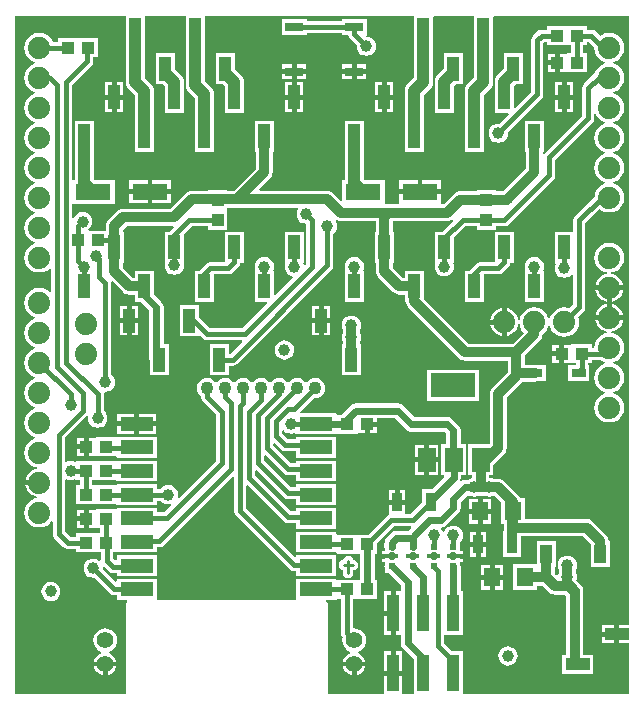
<source format=gtl>
G04*
G04 #@! TF.GenerationSoftware,Altium Limited,Altium Designer,19.1.6 (110)*
G04*
G04 Layer_Physical_Order=1*
G04 Layer_Color=255*
%FSLAX25Y25*%
%MOIN*%
G70*
G01*
G75*
%ADD11C,0.01000*%
%ADD12C,0.02400*%
%ADD17R,0.11000X0.04500*%
%ADD18R,0.07874X0.03937*%
%ADD19R,0.03937X0.07874*%
%ADD20R,0.03937X0.12480*%
%ADD21R,0.01575X0.01575*%
%ADD22R,0.02362X0.02362*%
%ADD23R,0.03937X0.04331*%
%ADD24R,0.06000X0.03000*%
%ADD25R,0.03543X0.06299*%
%ADD26R,0.04331X0.03937*%
%ADD27R,0.04724X0.02756*%
%ADD28R,0.11811X0.05512*%
%ADD29R,0.03937X0.06299*%
%ADD30R,0.21260X0.24409*%
%ADD31R,0.05512X0.06299*%
%ADD32R,0.15000X0.07900*%
%ADD33R,0.05900X0.07900*%
%ADD55C,0.03200*%
%ADD56C,0.01600*%
%ADD57C,0.04000*%
%ADD58C,0.01200*%
%ADD59C,0.03937*%
%ADD60C,0.07400*%
%ADD61C,0.05543*%
%ADD62C,0.03962*%
%ADD63C,0.04356*%
%ADD64C,0.02781*%
G36*
X134832Y227951D02*
Y223945D01*
X134772Y223496D01*
Y207337D01*
X132718Y205282D01*
X132205Y204614D01*
X131882Y203835D01*
X131772Y203000D01*
Y188004D01*
X131832Y187555D01*
Y182867D01*
X138169D01*
Y187555D01*
X138228Y188004D01*
Y201663D01*
X140282Y203718D01*
X140795Y204386D01*
X141118Y205165D01*
X141228Y206000D01*
Y223496D01*
X141168Y223945D01*
Y227595D01*
X141522Y227948D01*
X154832Y227943D01*
Y223945D01*
X154772Y223496D01*
Y207337D01*
X152718Y205282D01*
X152205Y204614D01*
X151882Y203835D01*
X151772Y203000D01*
Y188004D01*
X151831Y187555D01*
Y182867D01*
X158168D01*
Y187555D01*
X158228Y188004D01*
Y201663D01*
X160282Y203718D01*
X160795Y204386D01*
X161118Y205165D01*
X161228Y206000D01*
Y223496D01*
X161169Y223945D01*
Y227587D01*
X161522Y227941D01*
X206662Y227923D01*
Y24969D01*
X203296D01*
Y22000D01*
Y19031D01*
X206662D01*
Y2039D01*
X151169D01*
Y16440D01*
X147444D01*
X145039Y18845D01*
Y21560D01*
X151169D01*
Y36440D01*
X150447D01*
Y44850D01*
X150381Y45182D01*
Y46213D01*
X151363D01*
Y47200D01*
X150381D01*
Y47231D01*
X149575D01*
Y48769D01*
X150381D01*
Y48800D01*
X151363D01*
Y49788D01*
X150381D01*
Y52878D01*
X150779Y53396D01*
X151099Y54170D01*
X151208Y55000D01*
X151099Y55830D01*
X150779Y56604D01*
X150269Y57269D01*
X149604Y57779D01*
X148830Y58099D01*
X148000Y58209D01*
X147170Y58099D01*
X146396Y57779D01*
X145731Y57269D01*
X145221Y56604D01*
X145021Y56119D01*
X144479D01*
X144279Y56604D01*
X143934Y57053D01*
X143956Y57216D01*
X144149Y57583D01*
X144936Y57739D01*
X145730Y58270D01*
X149730Y62270D01*
X150261Y63064D01*
X150447Y64000D01*
Y65986D01*
X152992Y68531D01*
X153396Y68221D01*
X154170Y67901D01*
X155000Y67791D01*
X155830Y67901D01*
X156494Y68176D01*
X158506D01*
X159170Y67901D01*
X160000Y67791D01*
X160830Y67901D01*
X161494Y68176D01*
X161830D01*
X164056Y65950D01*
Y58650D01*
X164885D01*
Y56349D01*
X164737D01*
Y47651D01*
X170680D01*
Y54676D01*
X191330D01*
X193807Y52198D01*
Y44252D01*
X200145D01*
Y52952D01*
X199800D01*
Y53024D01*
X199704Y53755D01*
X199422Y54436D01*
X198973Y55021D01*
X194497Y59497D01*
X193912Y59946D01*
X193231Y60228D01*
X192500Y60324D01*
X171968D01*
Y67349D01*
X170479D01*
X170458Y67400D01*
X170009Y67985D01*
X164997Y72997D01*
X164412Y73446D01*
X163731Y73728D01*
X163000Y73824D01*
X161494D01*
X160830Y74099D01*
X160000Y74208D01*
X159924Y74275D01*
Y74950D01*
X161250D01*
Y78256D01*
X164997Y82003D01*
X165446Y82588D01*
X165728Y83269D01*
X165824Y84000D01*
Y100830D01*
X170997Y106003D01*
X171130Y106176D01*
X175217D01*
X175948Y106272D01*
X176310Y106422D01*
X178779D01*
Y111578D01*
X176310D01*
X175948Y111728D01*
X175217Y111824D01*
X171824D01*
Y114830D01*
X176997Y120003D01*
X177446Y120588D01*
X177728Y121269D01*
X177823Y121990D01*
X178495Y122505D01*
X179280Y123529D01*
X179740Y124639D01*
X180000Y124683D01*
X180260Y124639D01*
X180720Y123529D01*
X181505Y122505D01*
X182529Y121720D01*
X183721Y121226D01*
X185000Y121058D01*
X186279Y121226D01*
X187471Y121720D01*
X188495Y122505D01*
X189280Y123529D01*
X189774Y124721D01*
X189942Y126000D01*
X189774Y127279D01*
X189595Y127711D01*
X191442Y129558D01*
X191884Y130220D01*
X192039Y131000D01*
Y159155D01*
X196722Y163839D01*
X197529Y163220D01*
X198721Y162726D01*
X200000Y162558D01*
X201279Y162726D01*
X202471Y163220D01*
X203495Y164005D01*
X204280Y165029D01*
X204774Y166221D01*
X204942Y167500D01*
X204774Y168779D01*
X204280Y169971D01*
X203495Y170995D01*
X202471Y171780D01*
X201361Y172240D01*
X201317Y172500D01*
X201361Y172760D01*
X202471Y173220D01*
X203495Y174005D01*
X204280Y175029D01*
X204774Y176221D01*
X204942Y177500D01*
X204774Y178779D01*
X204280Y179971D01*
X203495Y180995D01*
X202471Y181780D01*
X201361Y182240D01*
X201317Y182500D01*
X201361Y182760D01*
X202471Y183220D01*
X203495Y184005D01*
X204280Y185029D01*
X204774Y186221D01*
X204942Y187500D01*
X204774Y188779D01*
X204280Y189971D01*
X203495Y190995D01*
X202471Y191780D01*
X201361Y192240D01*
X201317Y192500D01*
X201361Y192760D01*
X202471Y193220D01*
X203495Y194005D01*
X204280Y195029D01*
X204774Y196221D01*
X204942Y197500D01*
X204774Y198779D01*
X204280Y199971D01*
X203495Y200995D01*
X202471Y201780D01*
X201361Y202240D01*
X201317Y202500D01*
X201361Y202760D01*
X202471Y203220D01*
X203495Y204005D01*
X204280Y205029D01*
X204774Y206221D01*
X204942Y207500D01*
X204774Y208779D01*
X204280Y209971D01*
X203495Y210995D01*
X202471Y211780D01*
X201361Y212240D01*
X201317Y212500D01*
X201361Y212760D01*
X202471Y213220D01*
X203495Y214005D01*
X204280Y215029D01*
X204774Y216221D01*
X204942Y217500D01*
X204774Y218779D01*
X204280Y219971D01*
X203495Y220995D01*
X202471Y221780D01*
X201279Y222274D01*
X200000Y222442D01*
X198721Y222274D01*
X197529Y221780D01*
X197005Y221378D01*
X195442Y222942D01*
X194780Y223384D01*
X194000Y223539D01*
X192711D01*
Y224669D01*
X179288D01*
Y223539D01*
X177500D01*
X176720Y223384D01*
X176058Y222942D01*
X174558Y221442D01*
X174116Y220780D01*
X173961Y220000D01*
Y202845D01*
X168630Y197514D01*
X168168Y197706D01*
Y200547D01*
X168228Y200996D01*
Y204663D01*
X168931Y205367D01*
X171168D01*
Y208551D01*
X171228Y209000D01*
Y210504D01*
X171168Y210953D01*
Y215641D01*
X164831D01*
Y210953D01*
X164772Y210504D01*
Y210337D01*
X162718Y208282D01*
X162205Y207614D01*
X161882Y206835D01*
X161772Y206000D01*
Y200996D01*
X161831Y200547D01*
Y195859D01*
X166322D01*
X166513Y195397D01*
X163287Y192171D01*
X163000Y192208D01*
X162170Y192099D01*
X161396Y191779D01*
X160731Y191269D01*
X160221Y190604D01*
X159901Y189830D01*
X159792Y189000D01*
X159901Y188170D01*
X160221Y187396D01*
X160731Y186731D01*
X161396Y186221D01*
X162170Y185901D01*
X163000Y185792D01*
X163830Y185901D01*
X164604Y186221D01*
X165269Y186731D01*
X165779Y187396D01*
X166099Y188170D01*
X166208Y189000D01*
X166171Y189287D01*
X177442Y200558D01*
X177884Y201220D01*
X178039Y202000D01*
X178039Y202000D01*
Y219155D01*
X178345Y219461D01*
X179288D01*
Y218332D01*
X187307D01*
Y216022D01*
X186953Y215669D01*
X185980Y215669D01*
X185563Y215469D01*
X183454D01*
Y212500D01*
Y209531D01*
X185563D01*
X185980Y209331D01*
X186237Y209331D01*
X192711D01*
Y215669D01*
X191385D01*
Y218332D01*
X192711D01*
Y219325D01*
X193211Y219405D01*
X195064Y217552D01*
X195058Y217500D01*
X195226Y216221D01*
X195720Y215029D01*
X196505Y214005D01*
X197529Y213220D01*
X198639Y212760D01*
X198683Y212500D01*
X198639Y212240D01*
X197529Y211780D01*
X196505Y210995D01*
X195720Y209971D01*
X195384Y209159D01*
X195058Y208942D01*
X191558Y205442D01*
X191116Y204780D01*
X190961Y204000D01*
Y194845D01*
X178558Y182442D01*
X178324Y182092D01*
X177824Y182244D01*
Y182867D01*
X178168D01*
Y193141D01*
X171832D01*
Y182867D01*
X172176D01*
Y177170D01*
X164676Y169670D01*
X162169D01*
Y170212D01*
X155832D01*
Y169670D01*
X150346D01*
X149615Y169574D01*
X149216Y169409D01*
X148934Y169292D01*
X148349Y168843D01*
X144830Y165324D01*
X144048D01*
X143854Y165744D01*
X143854Y165824D01*
Y168700D01*
X136949D01*
X130043D01*
Y165824D01*
X130043Y165744D01*
X129850Y165324D01*
X125565D01*
X125156Y165544D01*
Y173456D01*
X118659D01*
X118228Y173888D01*
Y177000D01*
Y188004D01*
X118168Y188453D01*
Y193141D01*
X111831D01*
Y188453D01*
X111772Y188004D01*
Y177000D01*
Y173456D01*
X110945D01*
Y166702D01*
X110484Y166510D01*
X107997Y168997D01*
X107412Y169446D01*
X106731Y169728D01*
X106000Y169824D01*
X83471D01*
X83280Y170286D01*
X86997Y174003D01*
X87446Y174588D01*
X87563Y174870D01*
X87728Y175269D01*
X87824Y176000D01*
Y182867D01*
X88169D01*
Y193141D01*
X81832D01*
Y182867D01*
X82176D01*
Y177170D01*
X74830Y169824D01*
X72668D01*
Y170212D01*
X66331D01*
Y169824D01*
X61000D01*
X60269Y169728D01*
X59588Y169446D01*
X59003Y168997D01*
X53830Y163824D01*
X38000D01*
X37269Y163728D01*
X36588Y163446D01*
X36003Y162997D01*
X33003Y159997D01*
X32554Y159412D01*
X32272Y158731D01*
X32176Y158000D01*
Y156419D01*
X26531D01*
X26361Y156919D01*
X26769Y157231D01*
X27279Y157896D01*
X27599Y158670D01*
X27708Y159500D01*
X27599Y160330D01*
X27279Y161104D01*
X26769Y161769D01*
X26104Y162279D01*
X25330Y162599D01*
X24500Y162708D01*
X23670Y162599D01*
X22896Y162279D01*
X22231Y161769D01*
X21721Y161104D01*
X21539Y160664D01*
X21039Y160764D01*
Y165544D01*
X35157D01*
Y173456D01*
X28659D01*
X28228Y173888D01*
Y181000D01*
Y188004D01*
X28168Y188453D01*
Y193141D01*
X21832D01*
Y188453D01*
X21772Y188004D01*
Y181000D01*
Y173456D01*
X21039D01*
Y205155D01*
X27442Y211558D01*
X27442Y211558D01*
X27884Y212220D01*
X28039Y213000D01*
Y214332D01*
X29711D01*
Y220669D01*
X16288D01*
Y219539D01*
X14459D01*
X14280Y219971D01*
X13495Y220995D01*
X12471Y221780D01*
X11279Y222274D01*
X10000Y222442D01*
X8721Y222274D01*
X7529Y221780D01*
X6505Y220995D01*
X5720Y219971D01*
X5226Y218779D01*
X5058Y217500D01*
X5226Y216221D01*
X5720Y215029D01*
X6505Y214005D01*
X7529Y213220D01*
X8639Y212760D01*
X8683Y212500D01*
X8639Y212240D01*
X7529Y211780D01*
X6505Y210995D01*
X5720Y209971D01*
X5226Y208779D01*
X5058Y207500D01*
X5226Y206221D01*
X5720Y205029D01*
X6505Y204005D01*
X7529Y203220D01*
X8639Y202760D01*
X8683Y202500D01*
X8639Y202240D01*
X7529Y201780D01*
X6505Y200995D01*
X5720Y199971D01*
X5226Y198779D01*
X5058Y197500D01*
X5226Y196221D01*
X5720Y195029D01*
X6505Y194005D01*
X7529Y193220D01*
X8639Y192760D01*
X8683Y192500D01*
X8639Y192240D01*
X7529Y191780D01*
X6505Y190995D01*
X5720Y189971D01*
X5226Y188779D01*
X5058Y187500D01*
X5226Y186221D01*
X5720Y185029D01*
X6505Y184005D01*
X7529Y183220D01*
X8639Y182760D01*
X8683Y182500D01*
X8639Y182240D01*
X7529Y181780D01*
X6505Y180995D01*
X5720Y179971D01*
X5226Y178779D01*
X5058Y177500D01*
X5226Y176221D01*
X5720Y175029D01*
X6505Y174005D01*
X7529Y173220D01*
X8639Y172760D01*
X8683Y172500D01*
X8639Y172240D01*
X7529Y171780D01*
X6505Y170995D01*
X5720Y169971D01*
X5226Y168779D01*
X5058Y167500D01*
X5226Y166221D01*
X5720Y165029D01*
X6505Y164005D01*
X7529Y163220D01*
X8639Y162760D01*
X8683Y162500D01*
X8639Y162240D01*
X7529Y161780D01*
X6505Y160995D01*
X5720Y159971D01*
X5226Y158779D01*
X5058Y157500D01*
X5226Y156221D01*
X5720Y155029D01*
X6505Y154005D01*
X7529Y153220D01*
X8639Y152760D01*
X8683Y152500D01*
X8639Y152240D01*
X7529Y151780D01*
X6505Y150995D01*
X5720Y149971D01*
X5226Y148779D01*
X5058Y147500D01*
X5226Y146221D01*
X5720Y145029D01*
X6505Y144005D01*
X7529Y143220D01*
X8721Y142726D01*
X10000Y142558D01*
X11279Y142726D01*
X12471Y143220D01*
X13461Y143979D01*
X13698Y143936D01*
X13961Y143847D01*
Y136153D01*
X13698Y136064D01*
X13461Y136021D01*
X12471Y136780D01*
X11279Y137274D01*
X10000Y137442D01*
X8721Y137274D01*
X7529Y136780D01*
X6505Y135995D01*
X5720Y134971D01*
X5226Y133779D01*
X5058Y132500D01*
X5226Y131221D01*
X5720Y130029D01*
X6505Y129005D01*
X7529Y128220D01*
X8639Y127760D01*
X8683Y127500D01*
X8639Y127240D01*
X7529Y126780D01*
X6505Y125995D01*
X5720Y124971D01*
X5226Y123779D01*
X5058Y122500D01*
X5226Y121221D01*
X5720Y120029D01*
X6505Y119005D01*
X7529Y118220D01*
X8639Y117760D01*
X8683Y117500D01*
X8639Y117240D01*
X7529Y116780D01*
X6505Y115995D01*
X5720Y114971D01*
X5226Y113779D01*
X5058Y112500D01*
X5226Y111221D01*
X5720Y110029D01*
X6505Y109005D01*
X7529Y108220D01*
X8639Y107760D01*
X8683Y107500D01*
X8639Y107240D01*
X7529Y106780D01*
X6505Y105995D01*
X5720Y104971D01*
X5226Y103779D01*
X5058Y102500D01*
X5226Y101221D01*
X5720Y100029D01*
X6505Y99005D01*
X7529Y98220D01*
X8639Y97760D01*
X8683Y97500D01*
X8639Y97240D01*
X7529Y96780D01*
X6505Y95995D01*
X5720Y94971D01*
X5226Y93779D01*
X5058Y92500D01*
X5226Y91221D01*
X5720Y90029D01*
X6505Y89005D01*
X7529Y88220D01*
X8639Y87760D01*
X8683Y87500D01*
X8639Y87240D01*
X7529Y86780D01*
X6505Y85995D01*
X5720Y84971D01*
X5226Y83779D01*
X5058Y82500D01*
X5226Y81221D01*
X5720Y80029D01*
X6505Y79005D01*
X7529Y78220D01*
X8721Y77726D01*
X9289Y77651D01*
Y77147D01*
X8773Y77079D01*
X7630Y76605D01*
X6648Y75852D01*
X5895Y74870D01*
X5421Y73727D01*
X5365Y73300D01*
X10000D01*
Y71700D01*
X5365D01*
X5421Y71273D01*
X5895Y70130D01*
X6648Y69148D01*
X7630Y68395D01*
X8773Y67921D01*
X9289Y67853D01*
Y67349D01*
X8721Y67274D01*
X7529Y66780D01*
X6505Y65995D01*
X5720Y64971D01*
X5226Y63779D01*
X5058Y62500D01*
X5226Y61221D01*
X5720Y60029D01*
X6505Y59005D01*
X7529Y58220D01*
X8721Y57726D01*
X10000Y57558D01*
X11279Y57726D01*
X12471Y58220D01*
X13495Y59005D01*
X13961Y59613D01*
X14461Y59443D01*
Y55500D01*
X14616Y54720D01*
X15058Y54058D01*
X18058Y51058D01*
X18720Y50616D01*
X19500Y50461D01*
X22288D01*
Y49332D01*
X30461D01*
Y46752D01*
X29961Y46505D01*
X29604Y46779D01*
X28830Y47099D01*
X28000Y47208D01*
X27170Y47099D01*
X26396Y46779D01*
X25731Y46269D01*
X25221Y45604D01*
X24901Y44830D01*
X24792Y44000D01*
X24901Y43170D01*
X25221Y42396D01*
X25731Y41731D01*
X26396Y41221D01*
X27170Y40901D01*
X28000Y40792D01*
X28287Y40829D01*
X33558Y35558D01*
X33558Y35558D01*
X34220Y35116D01*
X35000Y34961D01*
X35800D01*
Y33550D01*
X39274D01*
X39412Y33050D01*
X39135Y32865D01*
X38870Y32468D01*
X38776Y32000D01*
Y2039D01*
X2039D01*
Y227922D01*
X38831D01*
Y223945D01*
X38772Y223496D01*
Y206000D01*
X38882Y205165D01*
X39205Y204386D01*
X39718Y203718D01*
X41772Y201663D01*
Y188004D01*
X41831Y187555D01*
Y182867D01*
X48169D01*
Y187555D01*
X48228Y188004D01*
Y203000D01*
X48118Y203835D01*
X47795Y204614D01*
X47282Y205282D01*
X45228Y207337D01*
Y223496D01*
X45169Y223945D01*
Y227922D01*
X47500D01*
X47516Y227925D01*
X47532Y227922D01*
X50016Y227961D01*
X58832D01*
Y223945D01*
X58772Y223496D01*
Y205000D01*
X58882Y204165D01*
X59205Y203386D01*
X59718Y202718D01*
X61772Y200663D01*
Y188004D01*
X61831Y187555D01*
Y182867D01*
X68168D01*
Y187555D01*
X68228Y188004D01*
Y202000D01*
X68118Y202835D01*
X67795Y203614D01*
X67282Y204282D01*
X65228Y206337D01*
Y223496D01*
X65168Y223945D01*
Y227961D01*
X109999D01*
X134832Y227951D01*
D02*
G37*
G36*
X195720Y195029D02*
X196505Y194005D01*
X197529Y193220D01*
X198639Y192760D01*
X198683Y192500D01*
X198639Y192240D01*
X197529Y191780D01*
X196505Y190995D01*
X195720Y189971D01*
X195226Y188779D01*
X195058Y187500D01*
X195226Y186221D01*
X195720Y185029D01*
X196505Y184005D01*
X197529Y183220D01*
X198639Y182760D01*
X198683Y182500D01*
X198639Y182240D01*
X197529Y181780D01*
X196505Y180995D01*
X195720Y179971D01*
X195226Y178779D01*
X195058Y177500D01*
X195226Y176221D01*
X195720Y175029D01*
X196505Y174005D01*
X197529Y173220D01*
X198639Y172760D01*
X198683Y172500D01*
X198639Y172240D01*
X197529Y171780D01*
X196505Y170995D01*
X195720Y169971D01*
X195226Y168779D01*
X195125Y168008D01*
X188558Y161442D01*
X188116Y160780D01*
X187961Y160000D01*
Y156133D01*
X181832D01*
Y145859D01*
X181832D01*
X182120Y145359D01*
X181901Y144830D01*
X181792Y144000D01*
X181901Y143170D01*
X182221Y142396D01*
X182731Y141731D01*
X183396Y141221D01*
X184170Y140901D01*
X185000Y140792D01*
X185830Y140901D01*
X186604Y141221D01*
X187269Y141731D01*
X187461Y141982D01*
X187961Y141812D01*
Y131845D01*
X186711Y130595D01*
X186279Y130774D01*
X185000Y130942D01*
X183721Y130774D01*
X182529Y130280D01*
X181505Y129495D01*
X180720Y128471D01*
X180260Y127361D01*
X180000Y127317D01*
X179740Y127361D01*
X179280Y128471D01*
X178495Y129495D01*
X177471Y130280D01*
X176279Y130774D01*
X175000Y130942D01*
X173721Y130774D01*
X172529Y130280D01*
X171505Y129495D01*
X170720Y128471D01*
X170226Y127279D01*
X170151Y126711D01*
X169647D01*
X169579Y127227D01*
X169105Y128370D01*
X168352Y129352D01*
X167370Y130105D01*
X166227Y130579D01*
X165800Y130635D01*
Y126000D01*
Y121365D01*
X166227Y121421D01*
X167370Y121895D01*
X168352Y122648D01*
X169105Y123630D01*
X169579Y124773D01*
X169647Y125289D01*
X170151D01*
X170226Y124721D01*
X170720Y123529D01*
X171505Y122505D01*
X171506Y122500D01*
X167830Y118824D01*
X153170D01*
X138169Y133826D01*
Y143141D01*
X131832D01*
Y140828D01*
X131166D01*
X127824Y144170D01*
Y145859D01*
X128168D01*
Y156133D01*
X127824D01*
Y159676D01*
X146000D01*
X146731Y159772D01*
X147412Y160054D01*
X147632Y160223D01*
X147962Y159846D01*
X144249Y156133D01*
X141832D01*
Y145859D01*
X141832D01*
X142009Y145593D01*
X141901Y145330D01*
X141792Y144500D01*
X141901Y143670D01*
X142221Y142896D01*
X142731Y142231D01*
X143396Y141721D01*
X144170Y141401D01*
X145000Y141292D01*
X145830Y141401D01*
X146604Y141721D01*
X147269Y142231D01*
X147779Y142896D01*
X148099Y143670D01*
X148208Y144500D01*
X148099Y145330D01*
X147991Y145593D01*
X148169Y145859D01*
X148169D01*
Y154285D01*
X151999Y158115D01*
X155832D01*
Y156789D01*
X162169D01*
Y157961D01*
X165000D01*
X165780Y158116D01*
X166442Y158558D01*
X181442Y173558D01*
X181884Y174220D01*
X182039Y175000D01*
Y180155D01*
X194442Y192558D01*
X194884Y193220D01*
X195039Y194000D01*
X195039Y194000D01*
Y195366D01*
X195539Y195465D01*
X195720Y195029D01*
D02*
G37*
G36*
X96316Y163727D02*
X96221Y163604D01*
X95901Y162830D01*
X95792Y162000D01*
X95901Y161170D01*
X96221Y160396D01*
X96731Y159731D01*
X97396Y159221D01*
X98170Y158901D01*
X98961Y158797D01*
Y145345D01*
X98597Y144981D01*
X98140Y145137D01*
X98114Y145217D01*
X98099Y145330D01*
X98006Y145554D01*
X97993Y145596D01*
X98168Y145859D01*
X98168D01*
Y156133D01*
X91831D01*
Y145859D01*
X91831D01*
X92010Y145593D01*
X91901Y145330D01*
X91791Y144500D01*
X91901Y143670D01*
X92221Y142896D01*
X92731Y142231D01*
X93396Y141721D01*
X94170Y141401D01*
X94358Y141376D01*
X94519Y140903D01*
X88630Y135014D01*
X88169Y135206D01*
Y143141D01*
X88169D01*
X87990Y143407D01*
X88099Y143670D01*
X88209Y144500D01*
X88099Y145330D01*
X87779Y146104D01*
X87269Y146769D01*
X86604Y147279D01*
X85830Y147599D01*
X85000Y147708D01*
X84170Y147599D01*
X83396Y147279D01*
X82731Y146769D01*
X82221Y146104D01*
X81901Y145330D01*
X81792Y144500D01*
X81901Y143670D01*
X82010Y143407D01*
X81832Y143141D01*
X81832D01*
Y132867D01*
X85830D01*
X86021Y132405D01*
X77655Y124039D01*
X66845D01*
X63169Y127715D01*
Y131633D01*
X56832D01*
Y121359D01*
X63169D01*
Y121359D01*
X63585Y121531D01*
X64558Y120558D01*
X65220Y120116D01*
X66000Y119961D01*
X77424D01*
X77615Y119499D01*
X73668Y115552D01*
X73168Y115565D01*
Y118641D01*
X66831D01*
Y108367D01*
X73168D01*
Y111465D01*
X74504D01*
X75284Y111620D01*
X75946Y112062D01*
X107442Y143558D01*
X107884Y144220D01*
X108039Y145000D01*
Y155555D01*
X108269Y155731D01*
X108779Y156396D01*
X109099Y157170D01*
X109208Y158000D01*
X109099Y158830D01*
X108779Y159604D01*
X108672Y159743D01*
X109029Y160100D01*
X109088Y160054D01*
X109769Y159772D01*
X110500Y159676D01*
X122176D01*
Y156133D01*
X121832D01*
Y145859D01*
X122176D01*
Y143000D01*
X122272Y142269D01*
X122554Y141588D01*
X123003Y141003D01*
X127999Y136007D01*
X128584Y135558D01*
X129265Y135276D01*
X129996Y135180D01*
X131832D01*
Y132867D01*
X132193D01*
X132272Y132269D01*
X132554Y131588D01*
X133003Y131003D01*
X150003Y114003D01*
X150588Y113554D01*
X151269Y113272D01*
X152000Y113176D01*
X166176D01*
Y109170D01*
X161003Y103997D01*
X160554Y103412D01*
X160272Y102731D01*
X160176Y102000D01*
Y85250D01*
X152950D01*
Y74950D01*
X154276D01*
Y74113D01*
X154170Y74099D01*
X153396Y73779D01*
X152964Y73447D01*
X152000D01*
X151064Y73261D01*
X150863Y73127D01*
X150645Y73206D01*
X150413Y73428D01*
X150547Y74100D01*
Y74950D01*
X152250D01*
Y85250D01*
X150447D01*
Y90000D01*
X150261Y90936D01*
X149730Y91730D01*
X147730Y93730D01*
X146936Y94261D01*
X146000Y94447D01*
X135014D01*
X131230Y98230D01*
X130436Y98761D01*
X129500Y98947D01*
X115500D01*
X114564Y98761D01*
X113770Y98230D01*
X111270Y95730D01*
X110894Y95169D01*
X109289D01*
X109043Y95567D01*
Y95568D01*
X97105D01*
X96914Y96030D01*
X101538Y100654D01*
X102000Y100593D01*
X102882Y100709D01*
X103704Y101049D01*
X104409Y101591D01*
X104951Y102296D01*
X105291Y103118D01*
X105407Y104000D01*
X105291Y104882D01*
X104951Y105704D01*
X104409Y106409D01*
X103704Y106951D01*
X102882Y107291D01*
X102000Y107407D01*
X101118Y107291D01*
X100296Y106951D01*
X99591Y106409D01*
X99315Y106050D01*
X98685D01*
X98409Y106409D01*
X97704Y106951D01*
X96882Y107291D01*
X96000Y107407D01*
X95118Y107291D01*
X94296Y106951D01*
X93591Y106409D01*
X93315Y106050D01*
X92685D01*
X92409Y106409D01*
X91704Y106951D01*
X90882Y107291D01*
X90000Y107407D01*
X89118Y107291D01*
X88296Y106951D01*
X87591Y106409D01*
X87315Y106050D01*
X86685D01*
X86409Y106409D01*
X85704Y106951D01*
X84882Y107291D01*
X84000Y107407D01*
X83118Y107291D01*
X82296Y106951D01*
X81591Y106409D01*
X81315Y106050D01*
X80685D01*
X80409Y106409D01*
X79704Y106951D01*
X78882Y107291D01*
X78000Y107407D01*
X77118Y107291D01*
X76296Y106951D01*
X75591Y106409D01*
X75315Y106050D01*
X74685D01*
X74409Y106409D01*
X73704Y106951D01*
X72882Y107291D01*
X72000Y107407D01*
X71118Y107291D01*
X70296Y106951D01*
X69591Y106409D01*
X69315Y106050D01*
X68685D01*
X68409Y106409D01*
X67704Y106951D01*
X66882Y107291D01*
X66000Y107407D01*
X65118Y107291D01*
X64296Y106951D01*
X63591Y106409D01*
X63049Y105704D01*
X62709Y104882D01*
X62593Y104000D01*
X62709Y103118D01*
X63049Y102296D01*
X63591Y101591D01*
X63961Y101307D01*
Y101000D01*
X64116Y100220D01*
X64558Y99558D01*
X68961Y95155D01*
Y79845D01*
X56556Y67440D01*
X56134Y67655D01*
X56102Y67693D01*
X56208Y68500D01*
X56099Y69330D01*
X55779Y70104D01*
X55269Y70769D01*
X54604Y71279D01*
X53830Y71599D01*
X53000Y71709D01*
X52170Y71599D01*
X51396Y71279D01*
X50731Y70769D01*
X50555Y70539D01*
X49200D01*
Y71946D01*
X35800D01*
X35712Y71668D01*
X27693D01*
Y73331D01*
X35712D01*
X35800Y72920D01*
X49200D01*
Y79820D01*
X35800D01*
X35712Y79668D01*
X22288D01*
Y79668D01*
X21789Y79409D01*
X21330Y79599D01*
X20500Y79708D01*
X19670Y79599D01*
X19039Y79338D01*
X18539Y79575D01*
Y87655D01*
X25942Y95058D01*
X25974Y95106D01*
X26417Y94869D01*
X26401Y94830D01*
X26292Y94000D01*
X26401Y93170D01*
X26721Y92396D01*
X27231Y91731D01*
X27896Y91221D01*
X28670Y90901D01*
X29500Y90791D01*
X30330Y90901D01*
X31104Y91221D01*
X31769Y91731D01*
X32279Y92396D01*
X32599Y93170D01*
X32708Y94000D01*
X32599Y94830D01*
X32279Y95604D01*
X31769Y96269D01*
X31539Y96445D01*
Y102000D01*
X31468Y102357D01*
X31889Y102806D01*
X32000Y102792D01*
X32830Y102901D01*
X33604Y103221D01*
X34269Y103731D01*
X34779Y104396D01*
X35099Y105170D01*
X35208Y106000D01*
X35099Y106830D01*
X34779Y107604D01*
X34269Y108269D01*
X34039Y108445D01*
Y139000D01*
X33975Y139324D01*
X34435Y139571D01*
X38003Y136003D01*
X38588Y135554D01*
X39269Y135272D01*
X40000Y135176D01*
X41831D01*
Y132867D01*
X43672D01*
X46553Y129986D01*
Y114504D01*
X46739Y113568D01*
X46832Y113429D01*
Y108367D01*
X53168D01*
Y118641D01*
X51447D01*
Y131000D01*
X51261Y131936D01*
X50730Y132730D01*
X48169Y135292D01*
Y143141D01*
X41831D01*
Y140824D01*
X41170D01*
X37824Y144170D01*
Y145859D01*
X38168D01*
Y156133D01*
X37824D01*
Y156830D01*
X39170Y158176D01*
X54585D01*
X54792Y157676D01*
X53558Y156442D01*
X53352Y156133D01*
X51832D01*
Y145859D01*
X51832Y145859D01*
X51832D01*
X51839Y145359D01*
X51792Y145000D01*
X51901Y144170D01*
X52221Y143396D01*
X52731Y142731D01*
X53396Y142221D01*
X54170Y141901D01*
X55000Y141792D01*
X55830Y141901D01*
X56604Y142221D01*
X57269Y142731D01*
X57779Y143396D01*
X58099Y144170D01*
X58209Y145000D01*
X58161Y145359D01*
X58169Y145859D01*
X58169Y145859D01*
X58169Y145859D01*
Y155285D01*
X60845Y157961D01*
X66331D01*
Y156789D01*
X72668D01*
Y164176D01*
X96095D01*
X96316Y163727D01*
D02*
G37*
G36*
X132270Y90270D02*
X133064Y89739D01*
X134000Y89553D01*
X144986D01*
X145553Y88986D01*
Y85250D01*
X143950D01*
Y74950D01*
X144836D01*
X145027Y74488D01*
X140889Y70350D01*
X137738D01*
Y65912D01*
X133864Y62039D01*
X132062D01*
Y65200D01*
X129291D01*
X126520D01*
Y61853D01*
X125904Y61442D01*
X119631Y55168D01*
X109289D01*
X109043Y55567D01*
Y56198D01*
X95643D01*
Y49298D01*
X109043D01*
X109289Y48900D01*
Y48831D01*
X116899D01*
Y40168D01*
X113184D01*
X113135Y40668D01*
X113336Y40709D01*
X113663Y40774D01*
X114226Y41149D01*
X114601Y41712D01*
X114733Y42375D01*
Y43313D01*
X115163Y43399D01*
X115726Y43774D01*
X116101Y44337D01*
X116233Y45000D01*
X116101Y45663D01*
X115726Y46226D01*
X115163Y46601D01*
X114669Y46700D01*
X114601Y47038D01*
X114226Y47601D01*
X113663Y47976D01*
X113000Y48108D01*
X112337Y47976D01*
X111774Y47601D01*
X111399Y47038D01*
X111331Y46700D01*
X110837Y46601D01*
X110274Y46226D01*
X109899Y45663D01*
X109767Y45000D01*
X109899Y44337D01*
X110274Y43774D01*
X110837Y43399D01*
X111267Y43313D01*
Y42375D01*
X111399Y41712D01*
X111774Y41149D01*
X112337Y40774D01*
X112664Y40709D01*
X112865Y40668D01*
X112816Y40168D01*
X109289D01*
X109043Y40450D01*
Y40450D01*
X95643D01*
Y33550D01*
X95278Y33224D01*
X49565D01*
X49200Y33550D01*
Y40450D01*
X35800D01*
Y39737D01*
X35338Y39546D01*
X31171Y43713D01*
X31208Y44000D01*
X31178Y44231D01*
X31652Y44465D01*
X33184Y42932D01*
X33846Y42490D01*
X34626Y42335D01*
X35800D01*
Y41424D01*
X49200D01*
Y48324D01*
X35800D01*
Y46791D01*
X35300Y46584D01*
X34539Y47345D01*
Y49332D01*
X35314D01*
X35800Y49298D01*
X35800Y49298D01*
Y49298D01*
X49200D01*
Y50961D01*
X50000D01*
X50780Y51116D01*
X51442Y51558D01*
X74499Y74615D01*
X74961Y74424D01*
Y63000D01*
X75116Y62220D01*
X75558Y61558D01*
X93558Y43558D01*
X94220Y43116D01*
X95000Y42961D01*
X95643D01*
Y41424D01*
X109043D01*
Y48324D01*
X95643D01*
Y47894D01*
X95181Y47703D01*
X79039Y63845D01*
Y71424D01*
X79501Y71615D01*
X91558Y59558D01*
X92220Y59116D01*
X93000Y58961D01*
X93000Y58961D01*
X95643D01*
Y57172D01*
X109043D01*
Y64072D01*
X95643D01*
Y63039D01*
X93845D01*
X82039Y74845D01*
Y76424D01*
X82501Y76615D01*
X91558Y67558D01*
X91558Y67558D01*
X92220Y67116D01*
X93000Y66961D01*
X93000Y66961D01*
X95643D01*
Y65046D01*
X109043D01*
Y71946D01*
X95643D01*
Y71039D01*
X93845D01*
X85039Y79845D01*
Y81424D01*
X85501Y81615D01*
X91558Y75558D01*
X91558Y75558D01*
X92220Y75116D01*
X93000Y74961D01*
X95643D01*
Y72920D01*
X109043D01*
Y79820D01*
X95643D01*
Y79039D01*
X93845D01*
X88039Y84845D01*
Y85424D01*
X88501Y85615D01*
X90558Y83558D01*
X91220Y83116D01*
X92000Y82961D01*
X95643D01*
Y80794D01*
X109043D01*
Y87694D01*
X95643D01*
Y87039D01*
X92845D01*
X91039Y88845D01*
Y89812D01*
X91539Y89982D01*
X91731Y89731D01*
X92396Y89221D01*
X93170Y88901D01*
X94000Y88792D01*
X94830Y88901D01*
X95143Y89030D01*
X95643Y88696D01*
Y88668D01*
X109043D01*
Y88668D01*
X109289Y88832D01*
X116019D01*
Y88832D01*
X116181Y89031D01*
X118546D01*
Y92000D01*
X119346D01*
Y92800D01*
X122511D01*
Y94053D01*
X128486D01*
X132270Y90270D01*
D02*
G37*
G36*
X19670Y73401D02*
X20500Y73291D01*
X21330Y73401D01*
X21789Y73591D01*
X22288Y73331D01*
Y73331D01*
X23615D01*
Y71668D01*
X22288D01*
Y65332D01*
X35712D01*
X35800Y65046D01*
X49200D01*
Y66461D01*
X50555D01*
X50731Y66231D01*
X51396Y65721D01*
X52170Y65401D01*
X53000Y65292D01*
X53807Y65398D01*
X53845Y65366D01*
X54060Y64944D01*
X51777Y62661D01*
X49200D01*
Y64072D01*
X35800D01*
X35712Y63669D01*
X29237D01*
X28980Y63669D01*
X28563Y63468D01*
X26454D01*
Y60500D01*
Y57531D01*
X28563D01*
X28980Y57332D01*
X29237Y57332D01*
X30307D01*
Y55668D01*
X22288D01*
Y54539D01*
X20345D01*
X18539Y56345D01*
Y73425D01*
X19039Y73662D01*
X19670Y73401D01*
D02*
G37*
G36*
X134038Y57499D02*
X132986Y56447D01*
X129000D01*
X128064Y56261D01*
X127270Y55730D01*
X125770Y54230D01*
X125302Y53531D01*
X125119D01*
Y52832D01*
X125053Y52500D01*
Y51150D01*
X125119Y50818D01*
Y49788D01*
X124137D01*
Y48800D01*
X125119D01*
Y48769D01*
X125925D01*
Y47231D01*
X125119D01*
Y47200D01*
X124137D01*
Y46213D01*
X125119D01*
Y45182D01*
X125053Y44850D01*
X125119Y44518D01*
Y42469D01*
X126420D01*
X130553Y38336D01*
Y36240D01*
X128800D01*
Y29000D01*
Y21760D01*
X130553D01*
Y19000D01*
X130739Y18064D01*
X131270Y17270D01*
X134832Y13708D01*
Y2039D01*
X130968D01*
Y8200D01*
X128000D01*
X125031D01*
Y2039D01*
X106223D01*
Y32000D01*
X106130Y32468D01*
X105865Y32865D01*
X105588Y33050D01*
X105727Y33550D01*
X109043D01*
Y33550D01*
X109289Y33832D01*
X110461D01*
Y22437D01*
X110616Y21657D01*
X111058Y20995D01*
X111125Y20928D01*
X110994Y19937D01*
X111131Y18900D01*
X111531Y17934D01*
X112168Y17105D01*
X112997Y16468D01*
X113735Y16162D01*
X113735Y15621D01*
X113098Y15357D01*
X112310Y14753D01*
X111706Y13965D01*
X111326Y13048D01*
X111301Y12863D01*
X115000D01*
X118699D01*
X118674Y13048D01*
X118294Y13965D01*
X117690Y14753D01*
X116902Y15357D01*
X116265Y15621D01*
X116265Y16162D01*
X117003Y16468D01*
X117833Y17105D01*
X118469Y17934D01*
X118869Y18900D01*
X119006Y19937D01*
X118869Y20974D01*
X118469Y21940D01*
X117833Y22770D01*
X117003Y23406D01*
X116037Y23806D01*
X115000Y23943D01*
X114915Y23932D01*
X114539Y24261D01*
Y33832D01*
X122712D01*
Y40168D01*
X121793D01*
Y48831D01*
X122712D01*
Y52482D01*
X128191Y57961D01*
X133847D01*
X134038Y57499D01*
D02*
G37*
%LPC*%
G36*
X119200Y227200D02*
X110800D01*
Y226539D01*
X99200D01*
Y227200D01*
X90800D01*
Y221800D01*
X99200D01*
Y222461D01*
X110800D01*
Y221800D01*
X113001D01*
X113116Y221220D01*
X113558Y220558D01*
X115829Y218287D01*
X115792Y218000D01*
X115901Y217170D01*
X116221Y216396D01*
X116731Y215731D01*
X117396Y215221D01*
X118170Y214901D01*
X119000Y214792D01*
X119830Y214901D01*
X120604Y215221D01*
X121269Y215731D01*
X121779Y216396D01*
X122099Y217170D01*
X122208Y218000D01*
X122099Y218830D01*
X121779Y219604D01*
X121269Y220269D01*
X120604Y220779D01*
X119830Y221099D01*
X119032Y221204D01*
X118994Y221217D01*
X118937Y221300D01*
X119200Y221800D01*
X119200D01*
Y227200D01*
D02*
G37*
G36*
X181854Y215469D02*
X179489D01*
Y213300D01*
X181854D01*
Y215469D01*
D02*
G37*
G36*
X119000Y212000D02*
X115800D01*
Y210300D01*
X119000D01*
Y212000D01*
D02*
G37*
G36*
X99000D02*
X95800D01*
Y210300D01*
X99000D01*
Y212000D01*
D02*
G37*
G36*
X114200D02*
X111000D01*
Y210300D01*
X114200D01*
Y212000D01*
D02*
G37*
G36*
X94200D02*
X91000D01*
Y210300D01*
X94200D01*
Y212000D01*
D02*
G37*
G36*
X181854Y211700D02*
X179489D01*
Y209531D01*
X181854D01*
Y211700D01*
D02*
G37*
G36*
X119000Y208700D02*
X115800D01*
Y207000D01*
X119000D01*
Y208700D01*
D02*
G37*
G36*
X114200D02*
X111000D01*
Y207000D01*
X114200D01*
Y208700D01*
D02*
G37*
G36*
X99000D02*
X95800D01*
Y207000D01*
X99000D01*
Y208700D01*
D02*
G37*
G36*
X94200D02*
X91000D01*
Y207000D01*
X94200D01*
Y208700D01*
D02*
G37*
G36*
X187969Y205933D02*
X185800D01*
Y201796D01*
X187969D01*
Y205933D01*
D02*
G37*
G36*
X127969D02*
X125800D01*
Y201796D01*
X127969D01*
Y205933D01*
D02*
G37*
G36*
X97969D02*
X95800D01*
Y201796D01*
X97969D01*
Y205933D01*
D02*
G37*
G36*
X37969D02*
X35800D01*
Y201796D01*
X37969D01*
Y205933D01*
D02*
G37*
G36*
X184200D02*
X182032D01*
Y201796D01*
X184200D01*
Y205933D01*
D02*
G37*
G36*
X124200D02*
X122031D01*
Y201796D01*
X124200D01*
Y205933D01*
D02*
G37*
G36*
X94200D02*
X92032D01*
Y201796D01*
X94200D01*
Y205933D01*
D02*
G37*
G36*
X34200D02*
X32032D01*
Y201796D01*
X34200D01*
Y205933D01*
D02*
G37*
G36*
X187969Y200196D02*
X185800D01*
Y196059D01*
X187969D01*
Y200196D01*
D02*
G37*
G36*
X184200D02*
X182032D01*
Y196059D01*
X184200D01*
Y200196D01*
D02*
G37*
G36*
X127969D02*
X125800D01*
Y196059D01*
X127969D01*
Y200196D01*
D02*
G37*
G36*
X124200D02*
X122031D01*
Y196059D01*
X124200D01*
Y200196D01*
D02*
G37*
G36*
X97969D02*
X95800D01*
Y196059D01*
X97969D01*
Y200196D01*
D02*
G37*
G36*
X94200D02*
X92032D01*
Y196059D01*
X94200D01*
Y200196D01*
D02*
G37*
G36*
X37969D02*
X35800D01*
Y196059D01*
X37969D01*
Y200196D01*
D02*
G37*
G36*
X34200D02*
X32032D01*
Y196059D01*
X34200D01*
Y200196D01*
D02*
G37*
G36*
X151169Y215641D02*
X144832D01*
Y210953D01*
X144772Y210504D01*
Y210337D01*
X142718Y208282D01*
X142205Y207614D01*
X141882Y206835D01*
X141772Y206000D01*
Y200996D01*
X141832Y200547D01*
Y195859D01*
X148169D01*
Y200547D01*
X148228Y200996D01*
Y204663D01*
X148932Y205367D01*
X151169D01*
Y208551D01*
X151228Y209000D01*
Y210504D01*
X151169Y210953D01*
Y215641D01*
D02*
G37*
G36*
X75169D02*
X68831D01*
Y210953D01*
X68772Y210504D01*
Y209000D01*
X68831Y208551D01*
Y205367D01*
X71069D01*
X71772Y204663D01*
Y200996D01*
X71832Y200547D01*
Y195859D01*
X78168D01*
Y200547D01*
X78228Y200996D01*
Y206000D01*
X78118Y206835D01*
X77795Y207614D01*
X77282Y208282D01*
X75228Y210337D01*
Y210504D01*
X75169Y210953D01*
Y215641D01*
D02*
G37*
G36*
X55168D02*
X48831D01*
Y210953D01*
X48772Y210504D01*
Y209000D01*
X48831Y208551D01*
Y205367D01*
X51069D01*
X51772Y204663D01*
Y200996D01*
X51832Y200547D01*
Y195859D01*
X58169D01*
Y200547D01*
X58228Y200996D01*
Y206000D01*
X58118Y206835D01*
X57795Y207614D01*
X57282Y208282D01*
X55228Y210337D01*
Y210504D01*
X55168Y210953D01*
Y215641D01*
D02*
G37*
G36*
X143854Y173256D02*
X137749D01*
Y170300D01*
X143854D01*
Y173256D01*
D02*
G37*
G36*
X53855D02*
X47749D01*
Y170300D01*
X53855D01*
Y173256D01*
D02*
G37*
G36*
X46149D02*
X40044D01*
Y170300D01*
X46149D01*
Y173256D01*
D02*
G37*
G36*
X136149D02*
X130043D01*
Y170300D01*
X136149D01*
Y173256D01*
D02*
G37*
G36*
X53855Y168700D02*
X47749D01*
Y165744D01*
X53855D01*
Y168700D01*
D02*
G37*
G36*
X46149D02*
X40044D01*
Y165744D01*
X46149D01*
Y168700D01*
D02*
G37*
G36*
X200000Y152442D02*
X198721Y152274D01*
X197529Y151780D01*
X196505Y150995D01*
X195720Y149971D01*
X195226Y148779D01*
X195058Y147500D01*
X195226Y146221D01*
X195720Y145029D01*
X196505Y144005D01*
X197529Y143220D01*
X198721Y142726D01*
X199289Y142651D01*
Y142147D01*
X198773Y142079D01*
X197630Y141605D01*
X196648Y140852D01*
X195895Y139870D01*
X195421Y138727D01*
X195365Y138300D01*
X200000D01*
X204635D01*
X204579Y138727D01*
X204105Y139870D01*
X203352Y140852D01*
X202370Y141605D01*
X201227Y142079D01*
X200711Y142147D01*
Y142651D01*
X201279Y142726D01*
X202471Y143220D01*
X203495Y144005D01*
X204280Y145029D01*
X204774Y146221D01*
X204942Y147500D01*
X204774Y148779D01*
X204280Y149971D01*
X203495Y150995D01*
X202471Y151780D01*
X201279Y152274D01*
X200000Y152442D01*
D02*
G37*
G36*
X204635Y136700D02*
X200800D01*
Y132865D01*
X201227Y132921D01*
X202370Y133395D01*
X203352Y134148D01*
X204105Y135130D01*
X204579Y136273D01*
X204635Y136700D01*
D02*
G37*
G36*
X199200D02*
X195365D01*
X195421Y136273D01*
X195895Y135130D01*
X196648Y134148D01*
X197630Y133395D01*
X198773Y132921D01*
X199200Y132865D01*
Y136700D01*
D02*
G37*
G36*
X200800Y132135D02*
Y128300D01*
X204635D01*
X204579Y128727D01*
X204105Y129870D01*
X203352Y130852D01*
X202370Y131605D01*
X201227Y132079D01*
X200800Y132135D01*
D02*
G37*
G36*
X199200D02*
X198773Y132079D01*
X197630Y131605D01*
X196648Y130852D01*
X195895Y129870D01*
X195421Y128727D01*
X195365Y128300D01*
X199200D01*
Y132135D01*
D02*
G37*
G36*
X204635Y126700D02*
X200000D01*
X195365D01*
X195421Y126273D01*
X195895Y125130D01*
X196648Y124148D01*
X197630Y123395D01*
X198773Y122921D01*
X199289Y122853D01*
Y122349D01*
X198721Y122274D01*
X197529Y121780D01*
X196505Y120995D01*
X195720Y119971D01*
X195226Y118779D01*
X195063Y117539D01*
X194211D01*
Y118668D01*
X187737D01*
X187480Y118668D01*
X187063Y118468D01*
X184954D01*
Y115500D01*
Y112531D01*
X187063D01*
X187480Y112331D01*
X187737Y112331D01*
X188807D01*
Y111578D01*
X186221D01*
Y106422D01*
X193345D01*
Y111578D01*
X192885D01*
Y112331D01*
X194211D01*
Y113461D01*
X197215D01*
X197529Y113220D01*
X198639Y112760D01*
X198683Y112500D01*
X198639Y112240D01*
X197529Y111780D01*
X196505Y110995D01*
X195720Y109971D01*
X195226Y108779D01*
X195058Y107500D01*
X195226Y106221D01*
X195720Y105029D01*
X196505Y104005D01*
X197529Y103220D01*
X198639Y102760D01*
X198683Y102500D01*
X198639Y102240D01*
X197529Y101780D01*
X196505Y100995D01*
X195720Y99971D01*
X195226Y98779D01*
X195058Y97500D01*
X195226Y96221D01*
X195720Y95029D01*
X196505Y94005D01*
X197529Y93220D01*
X198721Y92726D01*
X200000Y92558D01*
X201279Y92726D01*
X202471Y93220D01*
X203495Y94005D01*
X204280Y95029D01*
X204774Y96221D01*
X204942Y97500D01*
X204774Y98779D01*
X204280Y99971D01*
X203495Y100995D01*
X202471Y101780D01*
X201361Y102240D01*
X201317Y102500D01*
X201361Y102760D01*
X202471Y103220D01*
X203495Y104005D01*
X204280Y105029D01*
X204774Y106221D01*
X204942Y107500D01*
X204774Y108779D01*
X204280Y109971D01*
X203495Y110995D01*
X202471Y111780D01*
X201361Y112240D01*
X201317Y112500D01*
X201361Y112760D01*
X202471Y113220D01*
X203495Y114005D01*
X204280Y115029D01*
X204774Y116221D01*
X204942Y117500D01*
X204774Y118779D01*
X204280Y119971D01*
X203495Y120995D01*
X202471Y121780D01*
X201279Y122274D01*
X200711Y122349D01*
Y122853D01*
X201227Y122921D01*
X202370Y123395D01*
X203352Y124148D01*
X204105Y125130D01*
X204579Y126273D01*
X204635Y126700D01*
D02*
G37*
G36*
X183354Y118468D02*
X180989D01*
Y116300D01*
X183354D01*
Y118468D01*
D02*
G37*
G36*
Y114700D02*
X180989D01*
Y112531D01*
X183354D01*
Y114700D01*
D02*
G37*
G36*
X160744Y67150D02*
X157788D01*
Y63800D01*
X160744D01*
Y67150D01*
D02*
G37*
G36*
X156188D02*
X153232D01*
Y63800D01*
X156188D01*
Y67150D01*
D02*
G37*
G36*
X160744Y62200D02*
X157788D01*
Y58851D01*
X160744D01*
Y62200D01*
D02*
G37*
G36*
X156188D02*
X153232D01*
Y58851D01*
X156188D01*
Y62200D01*
D02*
G37*
G36*
X159063Y56150D02*
X157091D01*
Y52800D01*
X159063D01*
Y56150D01*
D02*
G37*
G36*
X155491D02*
X153519D01*
Y52800D01*
X155491D01*
Y56150D01*
D02*
G37*
G36*
X159063Y51200D02*
X157091D01*
Y47850D01*
X159063D01*
Y51200D01*
D02*
G37*
G36*
X155491D02*
X153519D01*
Y47850D01*
X155491D01*
Y51200D01*
D02*
G37*
G36*
X164744Y45149D02*
X161788D01*
Y41800D01*
X164744D01*
Y45149D01*
D02*
G37*
G36*
X160188D02*
X157232D01*
Y41800D01*
X160188D01*
Y45149D01*
D02*
G37*
G36*
X164744Y40200D02*
X161788D01*
Y36851D01*
X164744D01*
Y40200D01*
D02*
G37*
G36*
X160188D02*
X157232D01*
Y36851D01*
X160188D01*
Y40200D01*
D02*
G37*
G36*
X13887Y39468D02*
X13060Y39359D01*
X12289Y39040D01*
X11627Y38532D01*
X11119Y37870D01*
X10800Y37099D01*
X10691Y36272D01*
X10800Y35445D01*
X11119Y34674D01*
X11627Y34012D01*
X12289Y33504D01*
X13060Y33185D01*
X13887Y33076D01*
X14714Y33185D01*
X15485Y33504D01*
X16147Y34012D01*
X16655Y34674D01*
X16974Y35445D01*
X17083Y36272D01*
X16974Y37099D01*
X16655Y37870D01*
X16147Y38532D01*
X15485Y39040D01*
X14714Y39359D01*
X13887Y39468D01*
D02*
G37*
G36*
X201696Y24969D02*
X197559D01*
Y22800D01*
X201696D01*
Y24969D01*
D02*
G37*
G36*
Y21200D02*
X197559D01*
Y19031D01*
X201696D01*
Y21200D01*
D02*
G37*
G36*
X32000Y23943D02*
X30963Y23806D01*
X29997Y23406D01*
X29168Y22770D01*
X28531Y21940D01*
X28131Y20974D01*
X27994Y19937D01*
X28131Y18900D01*
X28531Y17934D01*
X29168Y17105D01*
X29997Y16468D01*
X30735Y16162D01*
X30735Y15621D01*
X30098Y15357D01*
X29310Y14753D01*
X28706Y13965D01*
X28326Y13048D01*
X28301Y12863D01*
X32000D01*
X35699D01*
X35674Y13048D01*
X35294Y13965D01*
X34690Y14753D01*
X33902Y15357D01*
X33265Y15621D01*
X33265Y16162D01*
X34003Y16468D01*
X34833Y17105D01*
X35469Y17934D01*
X35869Y18900D01*
X36006Y19937D01*
X35869Y20974D01*
X35469Y21940D01*
X34833Y22770D01*
X34003Y23406D01*
X33037Y23806D01*
X32000Y23943D01*
D02*
G37*
G36*
X166233Y17944D02*
X165406Y17835D01*
X164635Y17516D01*
X163973Y17008D01*
X163465Y16346D01*
X163146Y15575D01*
X163037Y14748D01*
X163146Y13921D01*
X163465Y13150D01*
X163973Y12488D01*
X164635Y11980D01*
X165406Y11661D01*
X166233Y11552D01*
X167060Y11661D01*
X167831Y11980D01*
X168493Y12488D01*
X169001Y13150D01*
X169320Y13921D01*
X169429Y14748D01*
X169320Y15575D01*
X169001Y16346D01*
X168493Y17008D01*
X167831Y17516D01*
X167060Y17835D01*
X166233Y17944D01*
D02*
G37*
G36*
X182193Y52952D02*
X175856D01*
Y45349D01*
X168056D01*
Y36650D01*
X175968D01*
Y38152D01*
X177854D01*
X180003Y36003D01*
X180588Y35554D01*
X181269Y35272D01*
X182000Y35176D01*
X185330D01*
X185676Y34830D01*
Y15168D01*
X184367D01*
Y8832D01*
X194641D01*
Y15168D01*
X191324D01*
Y36000D01*
Y36500D01*
X191228Y37231D01*
X190946Y37912D01*
X190497Y38497D01*
X190214Y38714D01*
X189997Y38997D01*
X189019Y39975D01*
X189099Y40170D01*
X189208Y41000D01*
X189099Y41830D01*
X188824Y42494D01*
Y43506D01*
X189099Y44170D01*
X189208Y45000D01*
X189099Y45830D01*
X188779Y46604D01*
X188269Y47269D01*
X187604Y47779D01*
X186830Y48099D01*
X186000Y48208D01*
X185170Y48099D01*
X184396Y47779D01*
X183731Y47269D01*
X183221Y46604D01*
X182901Y45830D01*
X182792Y45000D01*
X182901Y44170D01*
X183176Y43506D01*
Y42494D01*
X182901Y41830D01*
X182889Y41739D01*
X182415Y41579D01*
X181848Y42146D01*
Y44252D01*
X182193D01*
Y52952D01*
D02*
G37*
G36*
X35699Y11263D02*
X32800D01*
Y8364D01*
X32985Y8389D01*
X33902Y8769D01*
X34690Y9373D01*
X35294Y10161D01*
X35674Y11078D01*
X35699Y11263D01*
D02*
G37*
G36*
X31200D02*
X28301D01*
X28326Y11078D01*
X28706Y10161D01*
X29310Y9373D01*
X30098Y8769D01*
X31015Y8389D01*
X31200Y8364D01*
Y11263D01*
D02*
G37*
G36*
X175000Y147708D02*
X174170Y147599D01*
X173396Y147279D01*
X172731Y146769D01*
X172221Y146104D01*
X171901Y145330D01*
X171792Y144500D01*
X171901Y143670D01*
X172010Y143407D01*
X171832Y143141D01*
X171832D01*
Y132867D01*
X178168D01*
Y143141D01*
X178168D01*
X177990Y143407D01*
X178099Y143670D01*
X178208Y144500D01*
X178099Y145330D01*
X177779Y146104D01*
X177269Y146769D01*
X176604Y147279D01*
X175830Y147599D01*
X175000Y147708D01*
D02*
G37*
G36*
X168168Y156133D02*
X161831D01*
Y146039D01*
X157000D01*
X156220Y145884D01*
X155558Y145442D01*
X153558Y143442D01*
X153357Y143141D01*
X151831D01*
Y132867D01*
X158168D01*
Y141961D01*
X163000D01*
X163780Y142116D01*
X164442Y142558D01*
X166442Y144558D01*
X166884Y145220D01*
X167011Y145859D01*
X168168D01*
Y156133D01*
D02*
G37*
G36*
X164200Y130635D02*
X163773Y130579D01*
X162630Y130105D01*
X161648Y129352D01*
X160895Y128370D01*
X160421Y127227D01*
X160365Y126800D01*
X164200D01*
Y130635D01*
D02*
G37*
G36*
Y125200D02*
X160365D01*
X160421Y124773D01*
X160895Y123630D01*
X161648Y122648D01*
X162630Y121895D01*
X163773Y121421D01*
X164200Y121365D01*
Y125200D01*
D02*
G37*
G36*
X115000Y147708D02*
X114170Y147599D01*
X113396Y147279D01*
X112731Y146769D01*
X112221Y146104D01*
X111901Y145330D01*
X111792Y144500D01*
X111901Y143670D01*
X112010Y143407D01*
X111831Y143141D01*
X111831D01*
Y132867D01*
X118168D01*
Y143141D01*
X118168D01*
X117991Y143407D01*
X118099Y143670D01*
X118208Y144500D01*
X118099Y145330D01*
X117779Y146104D01*
X117269Y146769D01*
X116604Y147279D01*
X115830Y147599D01*
X115000Y147708D01*
D02*
G37*
G36*
X78168Y156133D02*
X71832D01*
Y146039D01*
X67000D01*
X66220Y145884D01*
X65558Y145442D01*
X63558Y143442D01*
X63357Y143141D01*
X61831D01*
Y132867D01*
X68168D01*
Y141961D01*
X73000D01*
X73780Y142116D01*
X74442Y142558D01*
X76442Y144558D01*
X76884Y145220D01*
X77011Y145859D01*
X78168D01*
Y156133D01*
D02*
G37*
G36*
X106968Y131433D02*
X104800D01*
Y127296D01*
X106968D01*
Y131433D01*
D02*
G37*
G36*
X42968D02*
X40800D01*
Y127296D01*
X42968D01*
Y131433D01*
D02*
G37*
G36*
X103200D02*
X101031D01*
Y127296D01*
X103200D01*
Y131433D01*
D02*
G37*
G36*
X39200D02*
X37031D01*
Y127296D01*
X39200D01*
Y131433D01*
D02*
G37*
G36*
X106968Y125696D02*
X104800D01*
Y121559D01*
X106968D01*
Y125696D01*
D02*
G37*
G36*
X103200D02*
X101031D01*
Y121559D01*
X103200D01*
Y125696D01*
D02*
G37*
G36*
X42968D02*
X40800D01*
Y121559D01*
X42968D01*
Y125696D01*
D02*
G37*
G36*
X39200D02*
X37031D01*
Y121559D01*
X39200D01*
Y125696D01*
D02*
G37*
G36*
X91733Y119944D02*
X90906Y119835D01*
X90135Y119516D01*
X89473Y119008D01*
X88965Y118346D01*
X88646Y117575D01*
X88537Y116748D01*
X88646Y115921D01*
X88965Y115150D01*
X89473Y114488D01*
X90135Y113980D01*
X90906Y113661D01*
X91733Y113552D01*
X92560Y113661D01*
X93331Y113980D01*
X93993Y114488D01*
X94501Y115150D01*
X94820Y115921D01*
X94929Y116748D01*
X94820Y117575D01*
X94501Y118346D01*
X93993Y119008D01*
X93331Y119516D01*
X92560Y119835D01*
X91733Y119944D01*
D02*
G37*
G36*
X114000Y128208D02*
X113170Y128099D01*
X112396Y127779D01*
X111731Y127269D01*
X111221Y126604D01*
X110901Y125830D01*
X110792Y125000D01*
X110901Y124170D01*
X111176Y123506D01*
Y122494D01*
X110901Y121830D01*
X110792Y121000D01*
X110901Y120170D01*
X111176Y119506D01*
Y118641D01*
X110831D01*
Y108367D01*
X117168D01*
Y118641D01*
X116824D01*
Y119506D01*
X117099Y120170D01*
X117208Y121000D01*
X117099Y121830D01*
X116824Y122494D01*
Y123506D01*
X117099Y124170D01*
X117208Y125000D01*
X117099Y125830D01*
X116779Y126604D01*
X116269Y127269D01*
X115604Y127779D01*
X114830Y128099D01*
X114000Y128208D01*
D02*
G37*
G36*
X156700Y110050D02*
X139300D01*
Y99750D01*
X156700D01*
Y110050D01*
D02*
G37*
G36*
X49000Y95368D02*
X43300D01*
Y92918D01*
X49000D01*
Y95368D01*
D02*
G37*
G36*
X41700D02*
X36000D01*
Y92918D01*
X41700D01*
Y95368D01*
D02*
G37*
G36*
X49000Y91318D02*
X43300D01*
Y88868D01*
X49000D01*
Y91318D01*
D02*
G37*
G36*
X41700D02*
X36000D01*
Y88868D01*
X41700D01*
Y91318D01*
D02*
G37*
G36*
X35800Y87694D02*
X35712Y87669D01*
X35712Y87669D01*
X29237D01*
X28980Y87669D01*
X28563Y87468D01*
X26454D01*
Y84500D01*
Y81532D01*
X28563D01*
X28980Y81331D01*
X29237Y81331D01*
X35712D01*
X35800Y80868D01*
Y80794D01*
X49200D01*
Y87694D01*
X36192D01*
X35800Y87694D01*
D02*
G37*
G36*
X24854Y87468D02*
X22489D01*
Y85300D01*
X24854D01*
Y87468D01*
D02*
G37*
G36*
Y83700D02*
X22489D01*
Y81532D01*
X24854D01*
Y83700D01*
D02*
G37*
G36*
X122511Y91200D02*
X120146D01*
Y89031D01*
X122511D01*
Y91200D01*
D02*
G37*
G36*
X143050Y85050D02*
X139900D01*
Y80900D01*
X143050D01*
Y85050D01*
D02*
G37*
G36*
X138300D02*
X135150D01*
Y80900D01*
X138300D01*
Y85050D01*
D02*
G37*
G36*
X143050Y79300D02*
X139900D01*
Y75150D01*
X143050D01*
Y79300D01*
D02*
G37*
G36*
X138300D02*
X135150D01*
Y75150D01*
X138300D01*
Y79300D01*
D02*
G37*
G36*
X132062Y70149D02*
X130091D01*
Y66800D01*
X132062D01*
Y70149D01*
D02*
G37*
G36*
X128491D02*
X126520D01*
Y66800D01*
X128491D01*
Y70149D01*
D02*
G37*
G36*
X24854Y63468D02*
X22489D01*
Y61300D01*
X24854D01*
Y63468D01*
D02*
G37*
G36*
Y59700D02*
X22489D01*
Y57531D01*
X24854D01*
Y59700D01*
D02*
G37*
G36*
X127200Y36240D02*
X125031D01*
Y29800D01*
X127200D01*
Y36240D01*
D02*
G37*
G36*
Y28200D02*
X125031D01*
Y21760D01*
X127200D01*
Y28200D01*
D02*
G37*
G36*
X130968Y16240D02*
X128800D01*
Y9800D01*
X130968D01*
Y16240D01*
D02*
G37*
G36*
X127200D02*
X125031D01*
Y9800D01*
X127200D01*
Y16240D01*
D02*
G37*
G36*
X118699Y11263D02*
X115800D01*
Y8364D01*
X115985Y8389D01*
X116902Y8769D01*
X117690Y9373D01*
X118294Y10161D01*
X118674Y11078D01*
X118699Y11263D01*
D02*
G37*
G36*
X114200D02*
X111301D01*
X111326Y11078D01*
X111706Y10161D01*
X112310Y9373D01*
X113098Y8769D01*
X114015Y8389D01*
X114200Y8364D01*
Y11263D01*
D02*
G37*
%LPD*%
D11*
X111500Y45000D02*
X113000D01*
X114500D01*
X113000Y42375D02*
Y46375D01*
D12*
X148000Y29000D02*
Y44850D01*
X138000Y29000D02*
Y41000D01*
X134500Y44500D02*
X138000Y41000D01*
X134500Y44500D02*
Y44850D01*
X138000Y9000D02*
Y14000D01*
X133000Y19000D02*
X138000Y14000D01*
X133000Y19000D02*
Y39350D01*
X127500Y44850D02*
X133000Y39350D01*
X45000Y135000D02*
Y138004D01*
Y135000D02*
X49000Y131000D01*
Y114504D02*
Y131000D01*
Y114504D02*
X50000Y113504D01*
X129000Y54000D02*
X134500D01*
X127500Y52500D02*
X129000Y54000D01*
X127500Y51150D02*
Y52500D01*
X134500Y51150D02*
Y54000D01*
Y54500D01*
X140000Y60000D01*
X144000D01*
X148000Y64000D01*
Y67000D01*
X152000Y71000D01*
X155000D01*
X45000Y138004D02*
X45004Y138000D01*
X157100Y80100D02*
X157200Y80000D01*
X159000D01*
X169000Y108000D02*
Y109000D01*
X157000Y71000D02*
X157100Y71100D01*
X140709Y66000D02*
Y66709D01*
X148100Y74100D01*
Y80100D01*
X148000Y80200D02*
X148100Y80100D01*
X148000Y80200D02*
Y90000D01*
X146000Y92000D02*
X148000Y90000D01*
X134000Y92000D02*
X146000D01*
X129500Y96500D02*
X134000Y92000D01*
X115500Y96500D02*
X129500D01*
X102343Y92118D02*
X102461Y92000D01*
X112654D01*
X113000Y92346D01*
Y94000D01*
X115500Y96500D01*
X119346Y37000D02*
Y52000D01*
D17*
X42500Y37000D02*
D03*
Y44874D02*
D03*
Y52748D02*
D03*
Y60622D02*
D03*
Y68496D02*
D03*
Y76370D02*
D03*
Y84244D02*
D03*
Y92118D02*
D03*
X102343D02*
D03*
Y84244D02*
D03*
Y76370D02*
D03*
Y68496D02*
D03*
Y60622D02*
D03*
Y52748D02*
D03*
Y44874D02*
D03*
Y37000D02*
D03*
D18*
X189504Y12000D02*
D03*
X202496Y22000D02*
D03*
D19*
X114000Y113504D02*
D03*
X104000Y126496D02*
D03*
X50000Y113504D02*
D03*
X70000D02*
D03*
X40000Y126496D02*
D03*
X60000D02*
D03*
X52000Y210504D02*
D03*
X72000D02*
D03*
X42000Y223496D02*
D03*
X62000D02*
D03*
X148000Y210504D02*
D03*
X168000D02*
D03*
X138000Y223496D02*
D03*
X158000D02*
D03*
X125000Y150996D02*
D03*
X145000D02*
D03*
X165000D02*
D03*
X185000D02*
D03*
X115000Y138004D02*
D03*
X135000D02*
D03*
X155000D02*
D03*
X175000D02*
D03*
X125000Y200996D02*
D03*
X145000D02*
D03*
X165000D02*
D03*
X185000D02*
D03*
X115000Y188004D02*
D03*
X135000D02*
D03*
X155000D02*
D03*
X175000D02*
D03*
X35000Y150996D02*
D03*
X55000D02*
D03*
X75000D02*
D03*
X95000D02*
D03*
X25000Y138004D02*
D03*
X45000D02*
D03*
X65000D02*
D03*
X85000D02*
D03*
X35000Y200996D02*
D03*
X55000D02*
D03*
X75000D02*
D03*
X95000D02*
D03*
X25000Y188004D02*
D03*
X45000D02*
D03*
X65000D02*
D03*
X85000D02*
D03*
D20*
X128000Y9000D02*
D03*
Y29000D02*
D03*
X148000D02*
D03*
Y9000D02*
D03*
X138000D02*
D03*
Y29000D02*
D03*
D21*
X146425Y48000D02*
D03*
X149575D02*
D03*
X132925D02*
D03*
X136075D02*
D03*
X139925D02*
D03*
X143075D02*
D03*
X125925D02*
D03*
X129075D02*
D03*
D22*
X148000Y51150D02*
D03*
Y44850D02*
D03*
X134500Y51150D02*
D03*
Y44850D02*
D03*
X141500Y51150D02*
D03*
Y44850D02*
D03*
X127500Y51150D02*
D03*
Y44850D02*
D03*
D23*
X159000Y166846D02*
D03*
Y160154D02*
D03*
X69500Y166846D02*
D03*
Y160154D02*
D03*
D24*
X95000Y209500D02*
D03*
Y224500D02*
D03*
X115000D02*
D03*
Y209500D02*
D03*
D25*
X129291Y66000D02*
D03*
X140709D02*
D03*
X156291Y52000D02*
D03*
X167709D02*
D03*
D26*
X112654D02*
D03*
X119346D02*
D03*
X112654Y37000D02*
D03*
X119346D02*
D03*
X25654Y84500D02*
D03*
X32346D02*
D03*
X25654Y76500D02*
D03*
X32346D02*
D03*
X25654Y68500D02*
D03*
X32346D02*
D03*
X119346Y92000D02*
D03*
X112654D02*
D03*
X26346Y217500D02*
D03*
X19654D02*
D03*
X189346Y212500D02*
D03*
X182654D02*
D03*
Y221500D02*
D03*
X189346D02*
D03*
X29596Y153250D02*
D03*
X22904D02*
D03*
X184154Y115500D02*
D03*
X190846D02*
D03*
X32346Y60500D02*
D03*
X25654D02*
D03*
Y52500D02*
D03*
X32346D02*
D03*
D27*
X189783Y109000D02*
D03*
X175217D02*
D03*
D28*
X136949Y169500D02*
D03*
X118051D02*
D03*
X46949D02*
D03*
X28051D02*
D03*
D29*
X196976Y48602D02*
D03*
X179024D02*
D03*
D30*
X188000Y77343D02*
D03*
D31*
X172012Y41000D02*
D03*
X160988D02*
D03*
X168012Y63000D02*
D03*
X156988D02*
D03*
D32*
X148000Y104900D02*
D03*
D33*
X157100Y80100D02*
D03*
X148100D02*
D03*
X139100D02*
D03*
D55*
X135000Y133000D02*
X152000Y116000D01*
X135000Y133000D02*
Y138004D01*
X152000Y116000D02*
X169000D01*
X61000Y167000D02*
X76000D01*
X44996Y138000D02*
X45000Y138004D01*
X40000Y138000D02*
X44996D01*
X35000Y143000D02*
X40000Y138000D01*
X35000Y143000D02*
Y150996D01*
X76000Y167000D02*
X106000D01*
X110500Y162500D01*
X126500D01*
X35000Y150996D02*
Y153000D01*
Y158000D01*
X38000Y161000D01*
X55000D01*
X61000Y167000D01*
X125000Y150996D02*
Y161000D01*
X126500Y162500D01*
X146000D01*
X150346Y166846D01*
X125000Y143000D02*
Y150996D01*
Y143000D02*
X129996Y138004D01*
X135000D01*
X85000Y176000D02*
Y188004D01*
X175000Y176000D02*
Y188004D01*
X160000Y71000D02*
X163000D01*
X168012Y65988D01*
Y63000D02*
Y65988D01*
X169000Y109000D02*
X175217D01*
X159000Y80000D02*
X163000Y84000D01*
Y102000D01*
X169000Y108000D01*
Y109000D02*
Y116000D01*
X157100Y71100D02*
Y80100D01*
X159000Y166846D02*
X165846D01*
X150346D02*
X159000D01*
X167709Y59697D02*
X168012Y63000D01*
X167709Y52000D02*
Y59697D01*
X157000Y71000D02*
X160000D01*
X155000D02*
X157000D01*
X175000Y122000D02*
Y126000D01*
X169000Y116000D02*
X175000Y122000D01*
X76000Y167000D02*
X85000Y176000D01*
X165846Y166846D02*
X175000Y176000D01*
X168012Y57500D02*
X192500D01*
X196976Y53024D01*
Y48602D02*
Y53024D01*
X168012Y57500D02*
Y63000D01*
X186000Y41000D02*
Y45000D01*
X187750Y36750D02*
X188000Y37000D01*
X186000Y39000D02*
X188000Y37000D01*
X186000Y39000D02*
Y41000D01*
X188500Y12000D02*
X189504D01*
X188500D02*
Y36000D01*
Y36500D01*
X114000Y121000D02*
Y125000D01*
Y113504D02*
Y121000D01*
X172012Y41000D02*
X172035Y40976D01*
X179024D01*
X187750Y36750D02*
X188500Y36000D01*
X186500Y38000D02*
X187750Y36750D01*
X182000Y38000D02*
X186500D01*
X179024Y40976D02*
Y48602D01*
Y40976D02*
X182000Y38000D01*
X100059Y92118D02*
X100618Y91559D01*
D56*
X155000Y138004D02*
Y142000D01*
X157000Y144000D01*
X163000D01*
X165000Y146000D01*
Y150996D01*
X65000Y138004D02*
Y142000D01*
X67000Y144000D01*
X73000D01*
X75000Y146000D01*
Y150996D01*
X22904Y157904D02*
X24500Y159500D01*
X22904Y153250D02*
Y157904D01*
Y153250D02*
X23000Y153154D01*
Y146500D02*
Y153154D01*
Y146500D02*
X25000Y144500D01*
Y138004D02*
Y144500D01*
X115000Y138004D02*
Y144500D01*
X25000Y138000D02*
Y138004D01*
X24500Y138500D02*
X25000Y138000D01*
Y138004D02*
X25004Y138000D01*
X175000Y138004D02*
Y144500D01*
X185000Y144000D02*
Y150996D01*
X60000Y126496D02*
X61504D01*
X66000Y122000D01*
X78500D01*
X101000Y144500D01*
Y160000D01*
X99000Y162000D02*
X101000Y160000D01*
X70000Y113504D02*
X74504D01*
X106000Y145000D01*
Y158000D01*
X185000Y126000D02*
X190000Y131000D01*
Y160000D01*
X197500Y167500D01*
X200000D01*
X32000Y106000D02*
Y139000D01*
X30000Y141000D02*
X32000Y139000D01*
X30000Y141000D02*
Y147000D01*
X29000Y148000D02*
X30000Y147000D01*
X148000Y51150D02*
Y55000D01*
X141500Y51150D02*
Y55000D01*
X20500Y98500D02*
Y102000D01*
X10000Y112500D02*
X20500Y102000D01*
X148000Y9000D02*
Y13000D01*
X143000Y18000D02*
X148000Y13000D01*
X143000Y18000D02*
Y43000D01*
X141500Y44500D02*
X143000Y43000D01*
X141500Y44500D02*
Y44850D01*
X144504Y150500D02*
X145000Y150996D01*
X55000Y145000D02*
Y150996D01*
X145000Y144500D02*
Y150996D01*
X55000D02*
Y155000D01*
X60000Y160000D01*
X69654D01*
X69500Y160154D02*
X69654Y160000D01*
X145000Y150996D02*
Y154000D01*
X151154Y160154D01*
X159000D01*
X144500Y150500D02*
X144504D01*
X144004Y150000D02*
X144504Y150500D01*
X159000Y160154D02*
X159154Y160000D01*
X165000D01*
X180000Y175000D01*
Y181000D01*
X193000Y194000D01*
Y204000D01*
X196500Y207500D01*
X200000D01*
X95000Y224500D02*
X115000D01*
Y222000D02*
Y224500D01*
Y222000D02*
X119000Y218000D01*
X78000Y99000D02*
Y104000D01*
X77000Y98000D02*
X78000Y99000D01*
X102217Y45000D02*
X102343Y44874D01*
X95000Y45000D02*
X102217D01*
X77000Y63000D02*
X95000Y45000D01*
X77000Y63000D02*
Y98000D01*
X101587Y85000D02*
X102343Y84244D01*
X92000Y85000D02*
X101587D01*
X89000Y88000D02*
X92000Y85000D01*
X89000Y88000D02*
Y93000D01*
X93000Y97000D01*
X95000D01*
X102000Y104000D01*
X86000Y94000D02*
X96000Y104000D01*
X101713Y77000D02*
X102343Y76370D01*
X93000Y77000D02*
X101713D01*
X86000Y84000D02*
X93000Y77000D01*
X86000Y84000D02*
Y94000D01*
X90000Y102000D02*
Y104000D01*
X83000Y95000D02*
X90000Y102000D01*
X83000Y79000D02*
Y95000D01*
X101839Y69000D02*
X102343Y68496D01*
X93000Y69000D02*
X101839D01*
X83000Y79000D02*
X93000Y69000D01*
X84000Y100000D02*
Y104000D01*
X101965Y61000D02*
X102343Y60622D01*
X93000Y61000D02*
X101965D01*
X80000Y74000D02*
X93000Y61000D01*
X80000Y74000D02*
Y96000D01*
X84000Y100000D01*
X66000Y101000D02*
Y104000D01*
Y101000D02*
X71000Y96000D01*
Y79000D02*
Y96000D01*
X52622Y60622D02*
X71000Y79000D01*
X44941Y60622D02*
X52622D01*
X44941D02*
X45063Y60500D01*
X42500Y60622D02*
X44941D01*
X72000Y101000D02*
Y104000D01*
Y101000D02*
X74000Y99000D01*
Y77000D02*
Y99000D01*
X50000Y53000D02*
X74000Y77000D01*
X42500Y52748D02*
X42752Y53000D01*
X50000D01*
X100000Y52689D02*
X100189Y52500D01*
Y52000D02*
Y52500D01*
X100000Y52689D02*
X100059Y52748D01*
X102343D01*
X100189Y52000D02*
X112654D01*
X112500Y22437D02*
X115000Y19937D01*
X112500Y22437D02*
Y36846D01*
X112654Y37000D01*
X102343D02*
X112654D01*
X100000Y36941D02*
X100441Y36500D01*
Y36000D02*
Y36500D01*
X100000Y36941D02*
X100059Y37000D01*
X102343D01*
X42500Y84185D02*
Y84244D01*
Y84185D02*
X45000D01*
X32346D02*
Y84500D01*
Y84185D02*
X42500D01*
X32346Y84500D02*
X33661Y83685D01*
X44000Y76311D02*
Y76500D01*
Y76311D02*
X45000D01*
X42500D02*
Y76370D01*
Y76311D02*
X44000D01*
Y76500D02*
X44311D01*
X32346D02*
X44000D01*
X42500Y68496D02*
X42504Y68500D01*
X53000D01*
X44937D02*
X45000Y68437D01*
X42500D02*
Y68496D01*
Y68437D02*
X45000D01*
X32346Y68500D02*
X44937D01*
X26000Y217154D02*
X26346Y217500D01*
X26000Y213000D02*
Y217154D01*
X19000Y206000D02*
X26000Y213000D01*
X42559Y36941D02*
X45000D01*
X42500Y37000D02*
X42559Y36941D01*
X35000Y37000D02*
X42500D01*
X28000Y44000D02*
X35000Y37000D01*
X44941D02*
X45000Y36941D01*
X42500Y37000D02*
X44941D01*
X29500Y94000D02*
Y102000D01*
X19000Y112500D02*
X29500Y102000D01*
X19000Y112500D02*
Y206000D01*
X32346Y52500D02*
Y60500D01*
X44941Y44874D02*
X45000Y44815D01*
X42500Y44874D02*
X44941D01*
X45000Y44374D02*
Y44815D01*
X34626Y44374D02*
X45000D01*
X32346Y52500D02*
X32500Y52346D01*
Y46500D02*
Y52346D01*
Y46500D02*
X34626Y44374D01*
X189783Y109000D02*
X190846Y111063D01*
Y115500D01*
X198000D01*
X200000Y117500D01*
X10000Y217500D02*
X19654D01*
X189346Y212500D02*
Y221500D01*
X194000D01*
X198000Y217500D01*
X200000D01*
X85000Y138004D02*
Y144500D01*
X95000D02*
Y150996D01*
X34750Y153250D02*
X35000Y153000D01*
X29596Y153250D02*
X34750D01*
X69500Y166846D02*
X75846D01*
X76000Y167000D01*
X163000Y189000D02*
X176000Y202000D01*
Y220000D01*
X177500Y221500D01*
X182654D01*
X25000Y168500D02*
X28051Y169500D01*
X115000Y168500D02*
X118051Y169500D01*
X134709Y60000D02*
X140709Y66000D01*
X119346Y52000D02*
X127346Y60000D01*
X134709D01*
X99941Y92000D02*
X100059Y92118D01*
X94000Y92000D02*
X99941D01*
X20500Y76500D02*
X25654D01*
X140709Y66000D02*
X141000Y65709D01*
X100059Y92118D02*
X102343D01*
Y91559D02*
Y92118D01*
X25654Y68500D02*
Y76500D01*
X16500Y88500D02*
X24500Y96500D01*
X16500Y55500D02*
Y88500D01*
Y55500D02*
X19500Y52500D01*
X24500Y96500D02*
Y102500D01*
X16000Y111000D02*
X24500Y102500D01*
X16000Y111000D02*
Y205000D01*
X13500Y207500D02*
X16000Y205000D01*
X10000Y207500D02*
X13500D01*
X19500Y52500D02*
X25654D01*
X44941Y92118D02*
X45000Y92059D01*
X42500Y92118D02*
X44941D01*
D57*
X168000Y209000D02*
Y210504D01*
X165000Y200996D02*
Y206000D01*
X168000Y209000D01*
X158000Y206000D02*
Y223496D01*
X155000Y203000D02*
X158000Y206000D01*
X155000Y188004D02*
Y203000D01*
X148000Y209000D02*
Y210504D01*
X145000Y200996D02*
Y206000D01*
X148000Y209000D01*
X138000Y206000D02*
Y223496D01*
X135000Y188004D02*
Y203000D01*
X138000Y206000D01*
X72000Y209000D02*
Y210504D01*
Y209000D02*
X75000Y206000D01*
Y200996D02*
Y206000D01*
X62000Y205000D02*
Y223496D01*
Y205000D02*
X65000Y202000D01*
Y188004D02*
Y202000D01*
X52000Y209000D02*
Y210504D01*
Y209000D02*
X55000Y206000D01*
Y200996D02*
Y206000D01*
X42000D02*
Y223496D01*
Y206000D02*
X45000Y203000D01*
Y188004D02*
Y203000D01*
X115000Y172551D02*
Y177000D01*
X25000Y181000D02*
Y188004D01*
Y172551D02*
X28051Y169500D01*
X25000Y172551D02*
Y181000D01*
X115000Y172551D02*
X118051Y169500D01*
X115000Y177000D02*
Y188004D01*
D58*
X160000Y69988D02*
Y71000D01*
D59*
X91733Y116748D02*
D03*
X166233Y14748D02*
D03*
X13887Y36272D02*
D03*
D60*
X25641Y115391D02*
D03*
Y125391D02*
D03*
X165000Y126000D02*
D03*
X175000D02*
D03*
X185000D02*
D03*
X10000Y62500D02*
D03*
Y72500D02*
D03*
Y82500D02*
D03*
Y92500D02*
D03*
Y102500D02*
D03*
Y112500D02*
D03*
Y122500D02*
D03*
Y132500D02*
D03*
Y147500D02*
D03*
Y157500D02*
D03*
Y167500D02*
D03*
Y177500D02*
D03*
Y187500D02*
D03*
Y197500D02*
D03*
Y207500D02*
D03*
Y217500D02*
D03*
X200000D02*
D03*
Y207500D02*
D03*
Y197500D02*
D03*
Y187500D02*
D03*
Y177500D02*
D03*
Y167500D02*
D03*
Y147500D02*
D03*
Y137500D02*
D03*
Y127500D02*
D03*
Y117500D02*
D03*
Y107500D02*
D03*
Y97500D02*
D03*
D61*
X32000Y12063D02*
D03*
Y19937D02*
D03*
X115000Y12063D02*
D03*
Y19937D02*
D03*
D62*
X25000Y144500D02*
D03*
X115000D02*
D03*
X24500Y159500D02*
D03*
X175000Y144500D02*
D03*
X185000Y144000D02*
D03*
X99000Y162000D02*
D03*
X106000Y158000D02*
D03*
X32000Y106000D02*
D03*
X29000Y148000D02*
D03*
X148000Y55000D02*
D03*
X141500D02*
D03*
X20500Y98500D02*
D03*
X145000Y144500D02*
D03*
X55000Y145000D02*
D03*
X119000Y218000D02*
D03*
X53000Y68500D02*
D03*
X28000Y44000D02*
D03*
X29500Y94000D02*
D03*
X85000Y144500D02*
D03*
X95000D02*
D03*
X155000Y71000D02*
D03*
X160000D02*
D03*
X186000Y41000D02*
D03*
Y45000D02*
D03*
X114000Y125000D02*
D03*
Y121000D02*
D03*
X163000Y189000D02*
D03*
X115000Y181000D02*
D03*
Y177000D02*
D03*
X25000D02*
D03*
Y181000D02*
D03*
X94000Y92000D02*
D03*
X20500Y76500D02*
D03*
X118000Y157500D02*
D03*
X113000D02*
D03*
X171500Y103500D02*
D03*
Y98500D02*
D03*
Y73500D02*
D03*
Y78500D02*
D03*
Y83500D02*
D03*
Y88500D02*
D03*
Y93500D02*
D03*
X203500Y88500D02*
D03*
Y68500D02*
D03*
Y73500D02*
D03*
Y78500D02*
D03*
Y83500D02*
D03*
X119000Y59500D02*
D03*
X114000D02*
D03*
X84500Y215500D02*
D03*
X127000Y80500D02*
D03*
X176500Y93500D02*
D03*
Y98500D02*
D03*
Y103500D02*
D03*
X203500Y63500D02*
D03*
X20500Y58000D02*
D03*
X33500Y220500D02*
D03*
Y215500D02*
D03*
X129500Y220500D02*
D03*
Y215500D02*
D03*
X186500Y98500D02*
D03*
X156000Y22500D02*
D03*
X186500Y103500D02*
D03*
Y93500D02*
D03*
X181500D02*
D03*
X135500Y120500D02*
D03*
X140500Y115500D02*
D03*
X179000Y5500D02*
D03*
X156000D02*
D03*
X197500Y157500D02*
D03*
X202000D02*
D03*
X71500Y39500D02*
D03*
X66000D02*
D03*
X102500Y187000D02*
D03*
X107500D02*
D03*
X174000Y159000D02*
D03*
X188000Y169000D02*
D03*
X128000Y19000D02*
D03*
X127000Y75500D02*
D03*
X77000Y39500D02*
D03*
X84500Y220500D02*
D03*
X20500Y63000D02*
D03*
X197500Y38500D02*
D03*
X179000Y22500D02*
D03*
X127000Y85500D02*
D03*
X202500Y38500D02*
D03*
X135500Y115500D02*
D03*
X107500Y217000D02*
D03*
X102500D02*
D03*
X188000Y174000D02*
D03*
X179000Y159000D02*
D03*
X181500Y98500D02*
D03*
Y103500D02*
D03*
X107500Y174500D02*
D03*
X102500D02*
D03*
X62500D02*
D03*
X57500D02*
D03*
X152500D02*
D03*
X147500D02*
D03*
D63*
X78000Y104000D02*
D03*
X102000D02*
D03*
X96000D02*
D03*
X90000D02*
D03*
X84000D02*
D03*
X66000D02*
D03*
X72000D02*
D03*
X60000D02*
D03*
D64*
X148000Y48000D02*
D03*
X141500D02*
D03*
X134500D02*
D03*
X127500D02*
D03*
M02*

</source>
